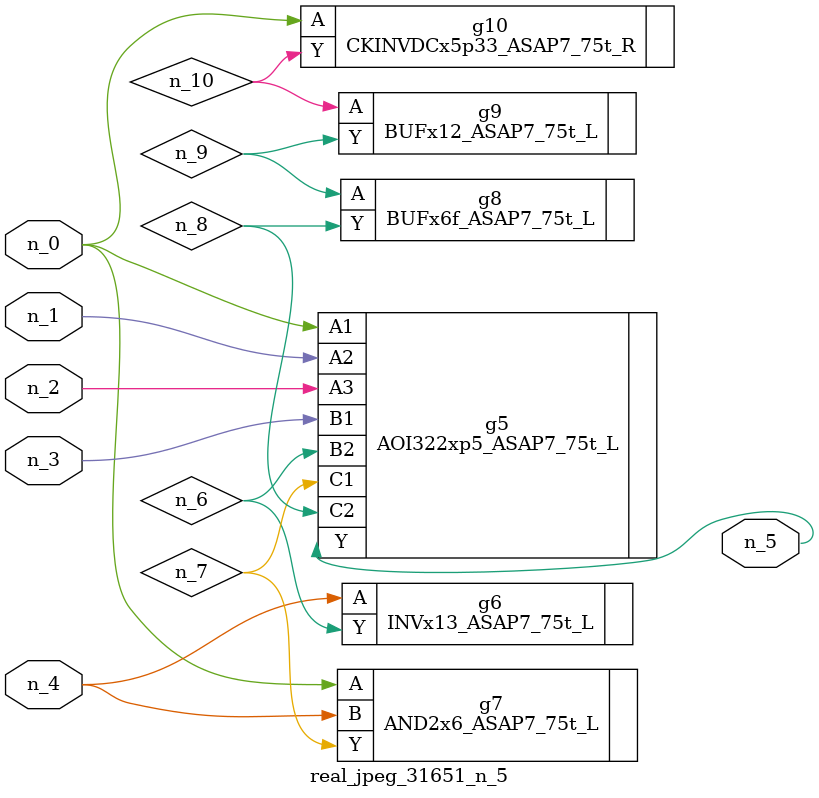
<source format=v>
module real_jpeg_31651_n_5 (n_4, n_0, n_1, n_2, n_3, n_5);

input n_4;
input n_0;
input n_1;
input n_2;
input n_3;

output n_5;

wire n_8;
wire n_6;
wire n_7;
wire n_10;
wire n_9;

AOI322xp5_ASAP7_75t_L g5 ( 
.A1(n_0),
.A2(n_1),
.A3(n_2),
.B1(n_3),
.B2(n_6),
.C1(n_7),
.C2(n_8),
.Y(n_5)
);

AND2x6_ASAP7_75t_L g7 ( 
.A(n_0),
.B(n_4),
.Y(n_7)
);

CKINVDCx5p33_ASAP7_75t_R g10 ( 
.A(n_0),
.Y(n_10)
);

INVx13_ASAP7_75t_L g6 ( 
.A(n_4),
.Y(n_6)
);

BUFx6f_ASAP7_75t_L g8 ( 
.A(n_9),
.Y(n_8)
);

BUFx12_ASAP7_75t_L g9 ( 
.A(n_10),
.Y(n_9)
);


endmodule
</source>
